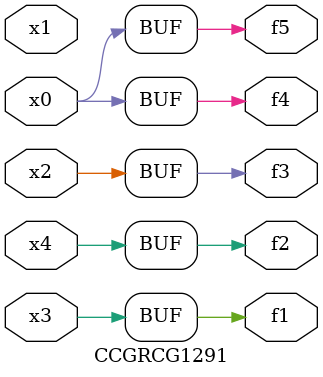
<source format=v>
module CCGRCG1291(
	input x0, x1, x2, x3, x4,
	output f1, f2, f3, f4, f5
);
	assign f1 = x3;
	assign f2 = x4;
	assign f3 = x2;
	assign f4 = x0;
	assign f5 = x0;
endmodule

</source>
